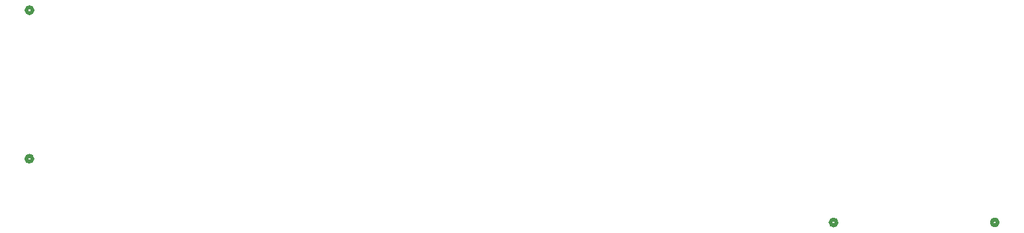
<source format=gbr>
%TF.GenerationSoftware,KiCad,Pcbnew,9.0.3*%
%TF.CreationDate,2025-07-29T21:44:48-04:00*%
%TF.ProjectId,[DFR1142]Lite Carrier for LattePanda Mu,5b444652-3131-4343-925d-4c6974652043,rev?*%
%TF.SameCoordinates,Original*%
%TF.FileFunction,Legend,Bot*%
%TF.FilePolarity,Positive*%
%FSLAX46Y46*%
G04 Gerber Fmt 4.6, Leading zero omitted, Abs format (unit mm)*
G04 Created by KiCad (PCBNEW 9.0.3) date 2025-07-29 21:44:48*
%MOMM*%
%LPD*%
G01*
G04 APERTURE LIST*
%ADD10C,0.508000*%
G04 APERTURE END LIST*
D10*
%TO.C,J84*%
X254083500Y-171843400D02*
G75*
G02*
X253321500Y-171843400I-381000J0D01*
G01*
X253321500Y-171843400D02*
G75*
G02*
X254083500Y-171843400I381000J0D01*
G01*
%TO.C,J85*%
X233493500Y-171850000D02*
G75*
G02*
X232731500Y-171850000I-381000J0D01*
G01*
X232731500Y-171850000D02*
G75*
G02*
X233493500Y-171850000I381000J0D01*
G01*
%TO.C,J86*%
X130781000Y-144697500D02*
G75*
G02*
X130019000Y-144697500I-381000J0D01*
G01*
X130019000Y-144697500D02*
G75*
G02*
X130781000Y-144697500I381000J0D01*
G01*
%TO.C,J87*%
X130762600Y-163697500D02*
G75*
G02*
X130000600Y-163697500I-381000J0D01*
G01*
X130000600Y-163697500D02*
G75*
G02*
X130762600Y-163697500I381000J0D01*
G01*
%TD*%
M02*

</source>
